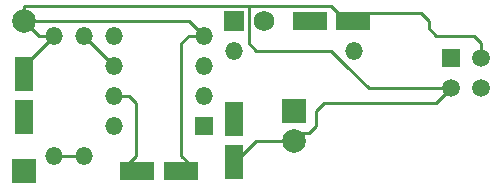
<source format=gbl>
G04 (created by PCBNEW (2013-07-07 BZR 4022)-stable) date Fri 26 Aug 2022 02:56:40 AM CDT*
%MOIN*%
G04 Gerber Fmt 3.4, Leading zero omitted, Abs format*
%FSLAX34Y34*%
G01*
G70*
G90*
G04 APERTURE LIST*
%ADD10C,0.00590551*%
%ADD11R,0.059X0.059*%
%ADD12C,0.059*%
%ADD13O,0.059X0.059*%
%ADD14R,0.059X0.114*%
%ADD15R,0.114X0.059*%
%ADD16R,0.069X0.069*%
%ADD17C,0.069*%
%ADD18C,0.079*%
%ADD19R,0.079X0.079*%
%ADD20C,0.01*%
G04 APERTURE END LIST*
G54D10*
G54D11*
X79250Y-55250D03*
G54D12*
X80250Y-56250D03*
X80250Y-55250D03*
X79250Y-56250D03*
G54D13*
X67000Y-54500D03*
X67000Y-58500D03*
X66000Y-58500D03*
X66000Y-54500D03*
X72000Y-55000D03*
X76000Y-55000D03*
G54D11*
X71000Y-57500D03*
G54D13*
X71000Y-56500D03*
X71000Y-55500D03*
X71000Y-54500D03*
X68000Y-54500D03*
X68000Y-55500D03*
X68000Y-57500D03*
X68000Y-56500D03*
G54D14*
X72000Y-57275D03*
X72000Y-58725D03*
X65000Y-57225D03*
X65000Y-55775D03*
G54D15*
X68775Y-59000D03*
X70225Y-59000D03*
X74525Y-54000D03*
X75975Y-54000D03*
G54D16*
X72000Y-54000D03*
G54D17*
X73000Y-54000D03*
G54D18*
X65000Y-54000D03*
G54D19*
X65000Y-59000D03*
G54D18*
X74000Y-58000D03*
G54D19*
X74000Y-57000D03*
G54D20*
X72750Y-55000D02*
X72500Y-54750D01*
X75750Y-55500D02*
X75250Y-55000D01*
X75250Y-55000D02*
X72750Y-55000D01*
X79250Y-56250D02*
X78000Y-56250D01*
X78000Y-56250D02*
X76500Y-56250D01*
X76500Y-56250D02*
X75750Y-55500D01*
X72500Y-54750D02*
X72500Y-53500D01*
X76750Y-53750D02*
X76500Y-53750D01*
X78250Y-53750D02*
X77750Y-53750D01*
X77250Y-53750D02*
X76750Y-53750D01*
X77750Y-53750D02*
X77250Y-53750D01*
X80250Y-55250D02*
X80250Y-54750D01*
X78750Y-54500D02*
X78500Y-54250D01*
X78500Y-54250D02*
X78500Y-54000D01*
X78500Y-54000D02*
X78250Y-53750D01*
X80000Y-54500D02*
X78750Y-54500D01*
X80250Y-54750D02*
X80000Y-54500D01*
X76500Y-53750D02*
X76250Y-54000D01*
X71250Y-53500D02*
X72500Y-53500D01*
X65000Y-54000D02*
X65000Y-53500D01*
X65500Y-53500D02*
X65000Y-53500D01*
X67750Y-53500D02*
X65500Y-53500D01*
X71250Y-53500D02*
X71000Y-53500D01*
X71000Y-53500D02*
X67750Y-53500D01*
X72500Y-53500D02*
X75250Y-53500D01*
X75250Y-53500D02*
X75750Y-54000D01*
X75750Y-54000D02*
X76250Y-54000D01*
X74000Y-58000D02*
X72750Y-58000D01*
X72000Y-58750D02*
X72000Y-59000D01*
X72750Y-58000D02*
X72000Y-58750D01*
X76500Y-56750D02*
X75000Y-56750D01*
X78750Y-56750D02*
X76500Y-56750D01*
X79250Y-56250D02*
X78750Y-56750D01*
X74250Y-57750D02*
X74000Y-58000D01*
X74500Y-57750D02*
X74250Y-57750D01*
X74750Y-57500D02*
X74500Y-57750D01*
X74750Y-57000D02*
X74750Y-57500D01*
X75000Y-56750D02*
X74750Y-57000D01*
X66000Y-54500D02*
X65500Y-54500D01*
X65500Y-54500D02*
X65000Y-54000D01*
X65000Y-55500D02*
X66000Y-54500D01*
X65000Y-54000D02*
X70500Y-54000D01*
X70500Y-54000D02*
X71000Y-54500D01*
X70500Y-59000D02*
X70500Y-58750D01*
X70500Y-54500D02*
X71000Y-54500D01*
X70250Y-54750D02*
X70500Y-54500D01*
X70250Y-58500D02*
X70250Y-54750D01*
X70500Y-58750D02*
X70250Y-58500D01*
X66000Y-58500D02*
X67000Y-58500D01*
X68000Y-55500D02*
X67000Y-54500D01*
X68500Y-59000D02*
X68500Y-58750D01*
X68500Y-56500D02*
X68000Y-56500D01*
X68750Y-56750D02*
X68500Y-56500D01*
X68750Y-58500D02*
X68750Y-56750D01*
X68500Y-58750D02*
X68750Y-58500D01*
M02*

</source>
